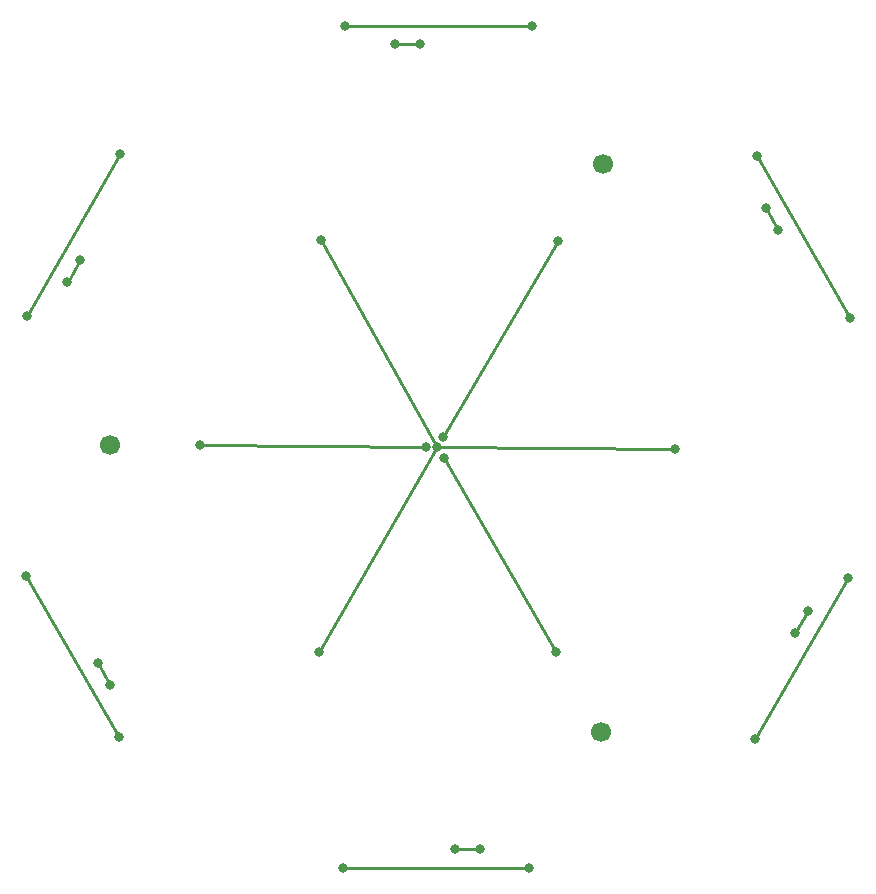
<source format=gbl>
G04 #@! TF.GenerationSoftware,KiCad,Pcbnew,(5.1.0)-1*
G04 #@! TF.CreationDate,2019-12-07T09:56:38-05:00*
G04 #@! TF.ProjectId,snowflake,736e6f77-666c-4616-9b65-2e6b69636164,rev?*
G04 #@! TF.SameCoordinates,Original*
G04 #@! TF.FileFunction,Copper,L2,Bot*
G04 #@! TF.FilePolarity,Positive*
%FSLAX46Y46*%
G04 Gerber Fmt 4.6, Leading zero omitted, Abs format (unit mm)*
G04 Created by KiCad (PCBNEW (5.1.0)-1) date 2019-12-07 09:56:38*
%MOMM*%
%LPD*%
G04 APERTURE LIST*
%ADD10C,1.700000*%
%ADD11C,0.800000*%
%ADD12C,0.250000*%
G04 APERTURE END LIST*
D10*
X162548081Y-98177780D03*
X162390713Y-146235264D03*
X120873012Y-122009466D03*
D11*
X183362393Y-133220079D03*
X121596902Y-146736707D03*
X140773061Y-86464977D03*
X156573063Y-86464973D03*
X113692320Y-133029658D03*
X175468636Y-146909926D03*
X128441975Y-121971939D03*
X158755550Y-104713977D03*
X149071834Y-121283467D03*
X147559620Y-122124338D03*
X148561520Y-122120204D03*
X156352045Y-157759973D03*
X144930608Y-88039773D03*
X147098265Y-88039773D03*
X179912989Y-136062473D03*
X178835502Y-137928747D03*
X120868841Y-142310164D03*
X119793533Y-140447676D03*
X175622274Y-97505670D03*
X183522272Y-111188874D03*
X140547079Y-157787411D03*
X113795540Y-111019326D03*
X121695545Y-97336121D03*
X168654484Y-122288034D03*
X138662364Y-104630836D03*
X138514336Y-139522442D03*
X176340514Y-101899302D03*
X177421055Y-103770856D03*
X118321961Y-106328936D03*
X117240375Y-108193148D03*
X152181766Y-156212617D03*
X150021883Y-156212610D03*
X158576396Y-139480639D03*
X149089497Y-123048848D03*
D12*
X140773061Y-86464977D02*
X156573063Y-86464973D01*
X113692320Y-133029658D02*
X121596902Y-146736707D01*
X175468636Y-146909926D02*
X183362393Y-133220079D01*
X128441975Y-121971939D02*
X147559620Y-122124338D01*
X158755550Y-104713977D02*
X149071834Y-121283467D01*
X149071834Y-121283467D02*
X149071834Y-121283467D01*
X147559620Y-122124338D02*
X147559620Y-122124338D01*
X144930608Y-88039775D02*
X144930608Y-88039773D01*
X147098265Y-88039773D02*
X144930608Y-88039775D01*
X179912989Y-136062473D02*
X179912989Y-136062473D01*
X178835502Y-137928747D02*
X179912989Y-136062473D01*
X120868841Y-142310164D02*
X120868841Y-142310164D01*
X119793533Y-140447676D02*
X120868841Y-142310164D01*
X175622274Y-97505670D02*
X183522272Y-111188874D01*
X156352045Y-157759973D02*
X140547079Y-157787411D01*
X113795540Y-111019326D02*
X121695545Y-97336121D01*
X148561520Y-122120204D02*
X138662364Y-104630836D01*
X148561520Y-122120204D02*
X168654484Y-122288034D01*
X138514336Y-139522442D02*
X148561520Y-122120204D01*
X117246621Y-108191473D02*
X117240375Y-108193148D01*
X118321961Y-106328936D02*
X117246621Y-108191473D01*
X177421048Y-103770853D02*
X177421055Y-103770856D01*
X176340514Y-101899302D02*
X177421048Y-103770853D01*
X152181761Y-156212616D02*
X152181766Y-156212617D01*
X150021883Y-156212610D02*
X152181761Y-156212616D01*
X158576396Y-139480639D02*
X149089497Y-123048848D01*
X148957515Y-123125047D02*
X148957515Y-123125047D01*
M02*

</source>
